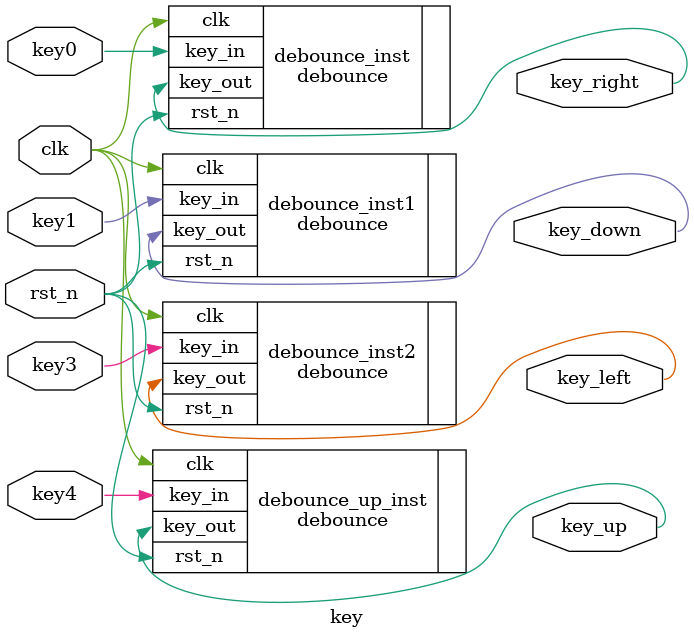
<source format=v>
/************************************************************************
 * Author        : Wen Chunyang
 * Email         : 1494640955@qq.com
 * Create time   : 2018-04-11 14:34
 * Last modified : 2019-06-02 21:33
 * Filename      : key.v
 * Description   : 
 * *********************************************************************/
module  key(
        input                   clk                             ,
        input                   rst_n                           ,
        //key
        input                   key0                            ,
        input                   key1                            ,
        input                   key3                            ,
        input                   key4                            ,
        //key out
        output  wire            key_left                        ,
        output  wire            key_down                        ,
        output  wire            key_up                          ,
        output  wire            key_right               
);
//=====================================================================\
// ********** Define Parameter and Internal Signals *************
//=====================================================================/


//======================================================================
// ***************      Main    Code    ****************
//======================================================================
//key0
debounce    debounce_inst(
        .clk                    (clk                            ),
        .rst_n                  (rst_n                          ),
        //key
        .key_in                 (key0                           ),
        .key_out                (key_right                      )
);

//key1
debounce    debounce_inst1(
        .clk                    (clk                            ),
        .rst_n                  (rst_n                          ),
        //key
        .key_in                 (key1                           ),
        .key_out                (key_down                       )
);

//key3
debounce    debounce_inst2(
        .clk                    (clk                            ),
        .rst_n                  (rst_n                          ),
        //key
        .key_in                 (key3                           ),
        .key_out                (key_left                       )
);

//key4
debounce    debounce_up_inst(
        .clk                    (clk                            ),
        .rst_n                  (rst_n                          ),
        //key
        .key_in                 (key4                           ),
        .key_out                (key_up                         )
);


endmodule

</source>
